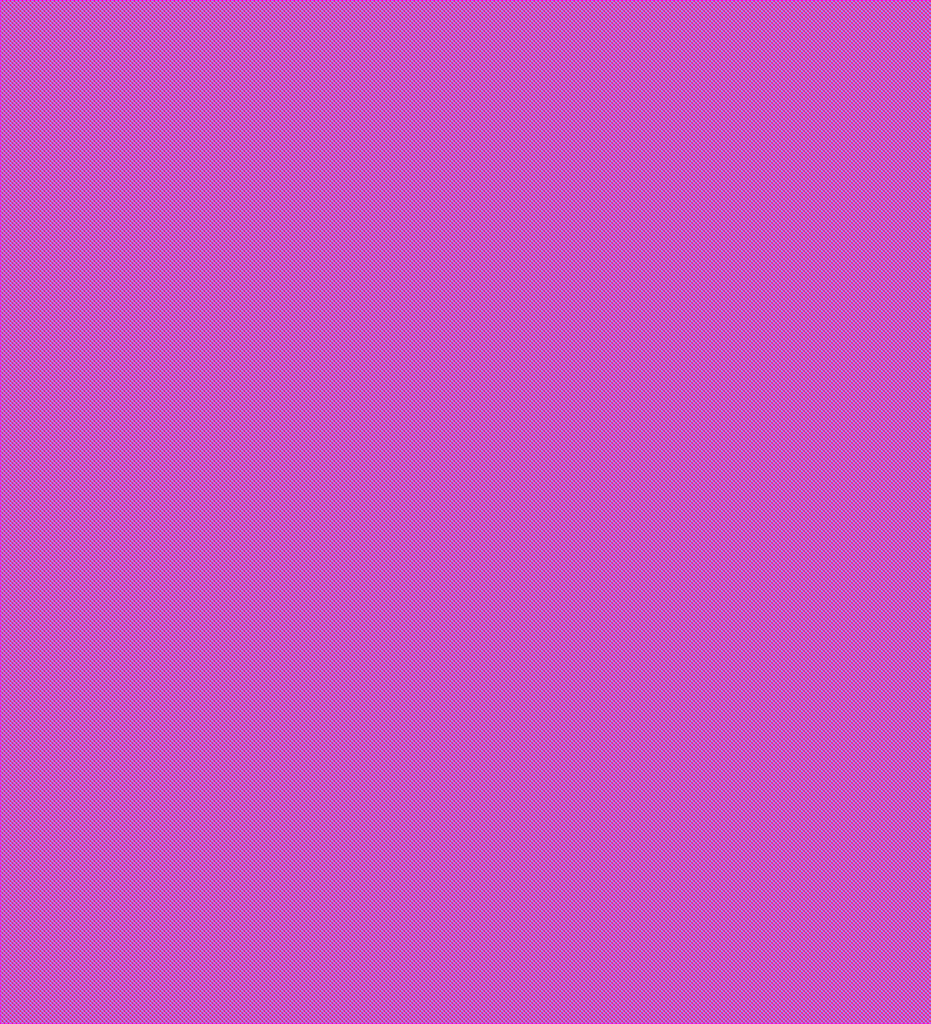
<source format=lef>
###############################################################
#  Generated by:      Cadence Innovus 23.31-s109_1
#  OS:                Linux x86_64(Host ID ei-vm-018.othr.de)
#  Generated on:      Sat Jun 21 02:18:26 2025
#  Design:            fpga_top
#  Command:           saveDesign fpga_top.enc -tcon
###############################################################

VERSION 5.8 ;

BUSBITCHARS "[]" ;
DIVIDERCHAR "/" ;

MACRO sb_2__1_
  CLASS BLOCK ;
  FOREIGN sb_2__1_ 0.000000 0.000000 ;
  ORIGIN 0.000000 0.000000 ;
  SIZE 103.200000 BY 113.400000 ;
  SYMMETRY X Y R90 ;
  PIN pReset[0]
    DIRECTION INPUT ;
    USE SIGNAL ;
  END pReset[0]
  PIN prog_clk[0]
    DIRECTION INPUT ;
    USE SIGNAL ;
  END prog_clk[0]
  PIN chany_top_in[0]
    DIRECTION INPUT ;
    USE SIGNAL ;
  END chany_top_in[0]
  PIN chany_top_in[1]
    DIRECTION INPUT ;
    USE SIGNAL ;
  END chany_top_in[1]
  PIN chany_top_in[2]
    DIRECTION INPUT ;
    USE SIGNAL ;
  END chany_top_in[2]
  PIN chany_top_in[3]
    DIRECTION INPUT ;
    USE SIGNAL ;
  END chany_top_in[3]
  PIN chany_top_in[4]
    DIRECTION INPUT ;
    USE SIGNAL ;
  END chany_top_in[4]
  PIN chany_top_in[5]
    DIRECTION INPUT ;
    USE SIGNAL ;
  END chany_top_in[5]
  PIN chany_top_in[6]
    DIRECTION INPUT ;
    USE SIGNAL ;
  END chany_top_in[6]
  PIN chany_top_in[7]
    DIRECTION INPUT ;
    USE SIGNAL ;
  END chany_top_in[7]
  PIN chany_top_in[8]
    DIRECTION INPUT ;
    USE SIGNAL ;
  END chany_top_in[8]
  PIN chany_top_in[9]
    DIRECTION INPUT ;
    USE SIGNAL ;
  END chany_top_in[9]
  PIN top_left_grid_right_width_0_height_0_subtile_0__pin_O_1_[0]
    DIRECTION INPUT ;
    USE SIGNAL ;
  END top_left_grid_right_width_0_height_0_subtile_0__pin_O_1_[0]
  PIN top_left_grid_right_width_0_height_0_subtile_0__pin_O_5_[0]
    DIRECTION INPUT ;
    USE SIGNAL ;
  END top_left_grid_right_width_0_height_0_subtile_0__pin_O_5_[0]
  PIN top_left_grid_right_width_0_height_0_subtile_0__pin_O_9_[0]
    DIRECTION INPUT ;
    USE SIGNAL ;
  END top_left_grid_right_width_0_height_0_subtile_0__pin_O_9_[0]
  PIN top_left_grid_right_width_0_height_0_subtile_0__pin_O_13_[0]
    DIRECTION INPUT ;
    USE SIGNAL ;
  END top_left_grid_right_width_0_height_0_subtile_0__pin_O_13_[0]
  PIN top_left_grid_right_width_0_height_0_subtile_0__pin_O_17_[0]
    DIRECTION INPUT ;
    USE SIGNAL ;
  END top_left_grid_right_width_0_height_0_subtile_0__pin_O_17_[0]
  PIN top_right_grid_left_width_0_height_0_subtile_0__pin_inpad_0_[0]
    DIRECTION INPUT ;
    USE SIGNAL ;
  END top_right_grid_left_width_0_height_0_subtile_0__pin_inpad_0_[0]
  PIN top_right_grid_left_width_0_height_0_subtile_1__pin_inpad_0_[0]
    DIRECTION INPUT ;
    USE SIGNAL ;
  END top_right_grid_left_width_0_height_0_subtile_1__pin_inpad_0_[0]
  PIN top_right_grid_left_width_0_height_0_subtile_2__pin_inpad_0_[0]
    DIRECTION INPUT ;
    USE SIGNAL ;
  END top_right_grid_left_width_0_height_0_subtile_2__pin_inpad_0_[0]
  PIN top_right_grid_left_width_0_height_0_subtile_3__pin_inpad_0_[0]
    DIRECTION INPUT ;
    USE SIGNAL ;
  END top_right_grid_left_width_0_height_0_subtile_3__pin_inpad_0_[0]
  PIN top_right_grid_left_width_0_height_0_subtile_4__pin_inpad_0_[0]
    DIRECTION INPUT ;
    USE SIGNAL ;
  END top_right_grid_left_width_0_height_0_subtile_4__pin_inpad_0_[0]
  PIN top_right_grid_left_width_0_height_0_subtile_5__pin_inpad_0_[0]
    DIRECTION INPUT ;
    USE SIGNAL ;
  END top_right_grid_left_width_0_height_0_subtile_5__pin_inpad_0_[0]
  PIN top_right_grid_left_width_0_height_0_subtile_6__pin_inpad_0_[0]
    DIRECTION INPUT ;
    USE SIGNAL ;
  END top_right_grid_left_width_0_height_0_subtile_6__pin_inpad_0_[0]
  PIN top_right_grid_left_width_0_height_0_subtile_7__pin_inpad_0_[0]
    DIRECTION INPUT ;
    USE SIGNAL ;
  END top_right_grid_left_width_0_height_0_subtile_7__pin_inpad_0_[0]
  PIN chany_bottom_in[0]
    DIRECTION INPUT ;
    USE SIGNAL ;
  END chany_bottom_in[0]
  PIN chany_bottom_in[1]
    DIRECTION INPUT ;
    USE SIGNAL ;
  END chany_bottom_in[1]
  PIN chany_bottom_in[2]
    DIRECTION INPUT ;
    USE SIGNAL ;
  END chany_bottom_in[2]
  PIN chany_bottom_in[3]
    DIRECTION INPUT ;
    USE SIGNAL ;
  END chany_bottom_in[3]
  PIN chany_bottom_in[4]
    DIRECTION INPUT ;
    USE SIGNAL ;
  END chany_bottom_in[4]
  PIN chany_bottom_in[5]
    DIRECTION INPUT ;
    USE SIGNAL ;
  END chany_bottom_in[5]
  PIN chany_bottom_in[6]
    DIRECTION INPUT ;
    USE SIGNAL ;
  END chany_bottom_in[6]
  PIN chany_bottom_in[7]
    DIRECTION INPUT ;
    USE SIGNAL ;
  END chany_bottom_in[7]
  PIN chany_bottom_in[8]
    DIRECTION INPUT ;
    USE SIGNAL ;
  END chany_bottom_in[8]
  PIN chany_bottom_in[9]
    DIRECTION INPUT ;
    USE SIGNAL ;
  END chany_bottom_in[9]
  PIN bottom_right_grid_left_width_0_height_0_subtile_0__pin_inpad_0_[0]
    DIRECTION INPUT ;
    USE SIGNAL ;
  END bottom_right_grid_left_width_0_height_0_subtile_0__pin_inpad_0_[0]
  PIN bottom_right_grid_left_width_0_height_0_subtile_1__pin_inpad_0_[0]
    DIRECTION INPUT ;
    USE SIGNAL ;
  END bottom_right_grid_left_width_0_height_0_subtile_1__pin_inpad_0_[0]
  PIN bottom_right_grid_left_width_0_height_0_subtile_2__pin_inpad_0_[0]
    DIRECTION INPUT ;
    USE SIGNAL ;
  END bottom_right_grid_left_width_0_height_0_subtile_2__pin_inpad_0_[0]
  PIN bottom_right_grid_left_width_0_height_0_subtile_3__pin_inpad_0_[0]
    DIRECTION INPUT ;
    USE SIGNAL ;
  END bottom_right_grid_left_width_0_height_0_subtile_3__pin_inpad_0_[0]
  PIN bottom_right_grid_left_width_0_height_0_subtile_4__pin_inpad_0_[0]
    DIRECTION INPUT ;
    USE SIGNAL ;
  END bottom_right_grid_left_width_0_height_0_subtile_4__pin_inpad_0_[0]
  PIN bottom_right_grid_left_width_0_height_0_subtile_5__pin_inpad_0_[0]
    DIRECTION INPUT ;
    USE SIGNAL ;
  END bottom_right_grid_left_width_0_height_0_subtile_5__pin_inpad_0_[0]
  PIN bottom_right_grid_left_width_0_height_0_subtile_6__pin_inpad_0_[0]
    DIRECTION INPUT ;
    USE SIGNAL ;
  END bottom_right_grid_left_width_0_height_0_subtile_6__pin_inpad_0_[0]
  PIN bottom_right_grid_left_width_0_height_0_subtile_7__pin_inpad_0_[0]
    DIRECTION INPUT ;
    USE SIGNAL ;
  END bottom_right_grid_left_width_0_height_0_subtile_7__pin_inpad_0_[0]
  PIN bottom_left_grid_right_width_0_height_0_subtile_0__pin_O_1_[0]
    DIRECTION INPUT ;
    USE SIGNAL ;
  END bottom_left_grid_right_width_0_height_0_subtile_0__pin_O_1_[0]
  PIN bottom_left_grid_right_width_0_height_0_subtile_0__pin_O_5_[0]
    DIRECTION INPUT ;
    USE SIGNAL ;
  END bottom_left_grid_right_width_0_height_0_subtile_0__pin_O_5_[0]
  PIN bottom_left_grid_right_width_0_height_0_subtile_0__pin_O_9_[0]
    DIRECTION INPUT ;
    USE SIGNAL ;
  END bottom_left_grid_right_width_0_height_0_subtile_0__pin_O_9_[0]
  PIN bottom_left_grid_right_width_0_height_0_subtile_0__pin_O_13_[0]
    DIRECTION INPUT ;
    USE SIGNAL ;
  END bottom_left_grid_right_width_0_height_0_subtile_0__pin_O_13_[0]
  PIN bottom_left_grid_right_width_0_height_0_subtile_0__pin_O_17_[0]
    DIRECTION INPUT ;
    USE SIGNAL ;
  END bottom_left_grid_right_width_0_height_0_subtile_0__pin_O_17_[0]
  PIN chanx_left_in[0]
    DIRECTION INPUT ;
    USE SIGNAL ;
  END chanx_left_in[0]
  PIN chanx_left_in[1]
    DIRECTION INPUT ;
    USE SIGNAL ;
  END chanx_left_in[1]
  PIN chanx_left_in[2]
    DIRECTION INPUT ;
    USE SIGNAL ;
  END chanx_left_in[2]
  PIN chanx_left_in[3]
    DIRECTION INPUT ;
    USE SIGNAL ;
  END chanx_left_in[3]
  PIN chanx_left_in[4]
    DIRECTION INPUT ;
    USE SIGNAL ;
  END chanx_left_in[4]
  PIN chanx_left_in[5]
    DIRECTION INPUT ;
    USE SIGNAL ;
  END chanx_left_in[5]
  PIN chanx_left_in[6]
    DIRECTION INPUT ;
    USE SIGNAL ;
  END chanx_left_in[6]
  PIN chanx_left_in[7]
    DIRECTION INPUT ;
    USE SIGNAL ;
  END chanx_left_in[7]
  PIN chanx_left_in[8]
    DIRECTION INPUT ;
    USE SIGNAL ;
  END chanx_left_in[8]
  PIN chanx_left_in[9]
    DIRECTION INPUT ;
    USE SIGNAL ;
  END chanx_left_in[9]
  PIN left_top_grid_bottom_width_0_height_0_subtile_0__pin_O_2_[0]
    DIRECTION INPUT ;
    USE SIGNAL ;
  END left_top_grid_bottom_width_0_height_0_subtile_0__pin_O_2_[0]
  PIN left_top_grid_bottom_width_0_height_0_subtile_0__pin_O_6_[0]
    DIRECTION INPUT ;
    USE SIGNAL ;
  END left_top_grid_bottom_width_0_height_0_subtile_0__pin_O_6_[0]
  PIN left_top_grid_bottom_width_0_height_0_subtile_0__pin_O_10_[0]
    DIRECTION INPUT ;
    USE SIGNAL ;
  END left_top_grid_bottom_width_0_height_0_subtile_0__pin_O_10_[0]
  PIN left_top_grid_bottom_width_0_height_0_subtile_0__pin_O_14_[0]
    DIRECTION INPUT ;
    USE SIGNAL ;
  END left_top_grid_bottom_width_0_height_0_subtile_0__pin_O_14_[0]
  PIN left_top_grid_bottom_width_0_height_0_subtile_0__pin_O_18_[0]
    DIRECTION INPUT ;
    USE SIGNAL ;
  END left_top_grid_bottom_width_0_height_0_subtile_0__pin_O_18_[0]
  PIN left_bottom_grid_top_width_0_height_0_subtile_0__pin_O_0_[0]
    DIRECTION INPUT ;
    USE SIGNAL ;
  END left_bottom_grid_top_width_0_height_0_subtile_0__pin_O_0_[0]
  PIN left_bottom_grid_top_width_0_height_0_subtile_0__pin_O_4_[0]
    DIRECTION INPUT ;
    USE SIGNAL ;
  END left_bottom_grid_top_width_0_height_0_subtile_0__pin_O_4_[0]
  PIN left_bottom_grid_top_width_0_height_0_subtile_0__pin_O_8_[0]
    DIRECTION INPUT ;
    USE SIGNAL ;
  END left_bottom_grid_top_width_0_height_0_subtile_0__pin_O_8_[0]
  PIN left_bottom_grid_top_width_0_height_0_subtile_0__pin_O_12_[0]
    DIRECTION INPUT ;
    USE SIGNAL ;
  END left_bottom_grid_top_width_0_height_0_subtile_0__pin_O_12_[0]
  PIN left_bottom_grid_top_width_0_height_0_subtile_0__pin_O_16_[0]
    DIRECTION INPUT ;
    USE SIGNAL ;
  END left_bottom_grid_top_width_0_height_0_subtile_0__pin_O_16_[0]
  PIN ccff_head[0]
    DIRECTION INPUT ;
    USE SIGNAL ;
  END ccff_head[0]
  PIN chany_top_out[0]
    DIRECTION OUTPUT ;
    USE SIGNAL ;
  END chany_top_out[0]
  PIN chany_top_out[1]
    DIRECTION OUTPUT ;
    USE SIGNAL ;
  END chany_top_out[1]
  PIN chany_top_out[2]
    DIRECTION OUTPUT ;
    USE SIGNAL ;
  END chany_top_out[2]
  PIN chany_top_out[3]
    DIRECTION OUTPUT ;
    USE SIGNAL ;
  END chany_top_out[3]
  PIN chany_top_out[4]
    DIRECTION OUTPUT ;
    USE SIGNAL ;
  END chany_top_out[4]
  PIN chany_top_out[5]
    DIRECTION OUTPUT ;
    USE SIGNAL ;
  END chany_top_out[5]
  PIN chany_top_out[6]
    DIRECTION OUTPUT ;
    USE SIGNAL ;
  END chany_top_out[6]
  PIN chany_top_out[7]
    DIRECTION OUTPUT ;
    USE SIGNAL ;
  END chany_top_out[7]
  PIN chany_top_out[8]
    DIRECTION OUTPUT ;
    USE SIGNAL ;
  END chany_top_out[8]
  PIN chany_top_out[9]
    DIRECTION OUTPUT ;
    USE SIGNAL ;
  END chany_top_out[9]
  PIN chany_bottom_out[0]
    DIRECTION OUTPUT ;
    USE SIGNAL ;
  END chany_bottom_out[0]
  PIN chany_bottom_out[1]
    DIRECTION OUTPUT ;
    USE SIGNAL ;
  END chany_bottom_out[1]
  PIN chany_bottom_out[2]
    DIRECTION OUTPUT ;
    USE SIGNAL ;
  END chany_bottom_out[2]
  PIN chany_bottom_out[3]
    DIRECTION OUTPUT ;
    USE SIGNAL ;
  END chany_bottom_out[3]
  PIN chany_bottom_out[4]
    DIRECTION OUTPUT ;
    USE SIGNAL ;
  END chany_bottom_out[4]
  PIN chany_bottom_out[5]
    DIRECTION OUTPUT ;
    USE SIGNAL ;
  END chany_bottom_out[5]
  PIN chany_bottom_out[6]
    DIRECTION OUTPUT ;
    USE SIGNAL ;
  END chany_bottom_out[6]
  PIN chany_bottom_out[7]
    DIRECTION OUTPUT ;
    USE SIGNAL ;
  END chany_bottom_out[7]
  PIN chany_bottom_out[8]
    DIRECTION OUTPUT ;
    USE SIGNAL ;
  END chany_bottom_out[8]
  PIN chany_bottom_out[9]
    DIRECTION OUTPUT ;
    USE SIGNAL ;
  END chany_bottom_out[9]
  PIN chanx_left_out[0]
    DIRECTION OUTPUT ;
    USE SIGNAL ;
  END chanx_left_out[0]
  PIN chanx_left_out[1]
    DIRECTION OUTPUT ;
    USE SIGNAL ;
  END chanx_left_out[1]
  PIN chanx_left_out[2]
    DIRECTION OUTPUT ;
    USE SIGNAL ;
  END chanx_left_out[2]
  PIN chanx_left_out[3]
    DIRECTION OUTPUT ;
    USE SIGNAL ;
  END chanx_left_out[3]
  PIN chanx_left_out[4]
    DIRECTION OUTPUT ;
    USE SIGNAL ;
  END chanx_left_out[4]
  PIN chanx_left_out[5]
    DIRECTION OUTPUT ;
    USE SIGNAL ;
  END chanx_left_out[5]
  PIN chanx_left_out[6]
    DIRECTION OUTPUT ;
    USE SIGNAL ;
  END chanx_left_out[6]
  PIN chanx_left_out[7]
    DIRECTION OUTPUT ;
    USE SIGNAL ;
  END chanx_left_out[7]
  PIN chanx_left_out[8]
    DIRECTION OUTPUT ;
    USE SIGNAL ;
  END chanx_left_out[8]
  PIN chanx_left_out[9]
    DIRECTION OUTPUT ;
    USE SIGNAL ;
  END chanx_left_out[9]
  PIN ccff_tail[0]
    DIRECTION OUTPUT ;
    USE SIGNAL ;
  END ccff_tail[0]
  OBS
    LAYER TopMetal2 ;
      RECT 0.000000 0.000000 103.200000 113.400000 ;
    LAYER TopMetal1 ;
      RECT 0.000000 0.000000 103.200000 113.400000 ;
    LAYER Metal5 ;
      RECT 0.000000 0.000000 103.200000 113.400000 ;
    LAYER Metal4 ;
      RECT 0.000000 0.000000 103.200000 113.400000 ;
    LAYER Metal3 ;
      RECT 0.000000 0.000000 103.200000 113.400000 ;
    LAYER Metal2 ;
      RECT 0.000000 0.000000 103.200000 113.400000 ;
    LAYER Metal1 ;
      RECT 0.000000 0.000000 103.200000 113.400000 ;
  END
END sb_2__1_

END LIBRARY

</source>
